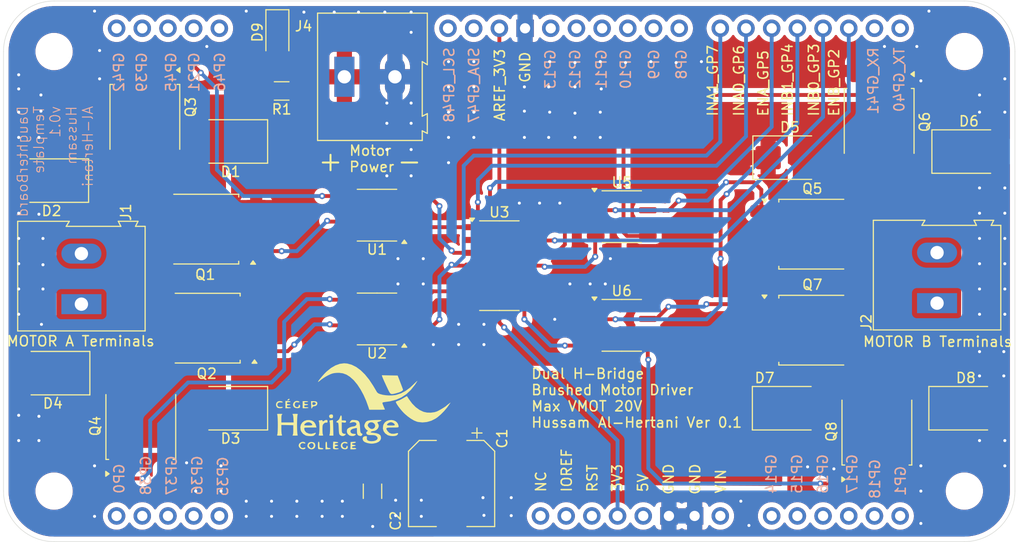
<source format=kicad_pcb>
(kicad_pcb (version 20240108) (generator "pcbnew") (generator_version "8.0")
  (layers (0 "F.Cu" signal) (31 "B.Cu" signal) (34 "B.Paste" user) (35 "F.Paste" user) (36 "B.SilkS" user "B.Silkscreen") (37 "F.SilkS" user "F.Silkscreen") (38 "B.Mask" user) (39 "F.Mask" user) (44 "Edge.Cuts" user))
  (net 0 "")
  (net 1 "Vdrive")
  (net 2 "GND")
  (net 3 "/POWA")
  (net 4 "/POWB")
  (net 5 "/POWC")
  (net 6 "/POWD")
  (net 9 "INA0")
  (net 12 "INB1")
  (net 14 "ENB")
  (net 31 "INA1")
  (net 36 "ENA")
  (net 37 "+3V3")
  (net 38 "INB0")
  (net 45 "Net-(Q1-G)")
  (net 46 "Net-(Q2-G)")
  (net 47 "Net-(Q3-G)")
  (net 48 "Net-(Q4-G)")
  (net 49 "Net-(Q5-G)")
  (net 50 "Net-(Q6-G)")
  (net 51 "Net-(Q7-G)")
  (net 52 "Net-(Q8-G)")
  (net 55 "Net-(U1-IN_B)")
  (net 56 "Net-(U2-IN_B)")
  (net 59 "Net-(U5-IN_B)")
  (net 60 "Net-(U6-IN_B)")
  (net 65 "Net-(D9-A)")
  (footprint "Diode_SMD:D_SMB" (layer "F.Cu") (at 78.3775 108.3275 180)
    (property "Reference" "D4")
    (property "Value" "B250")
  )
  (footprint "Diode_SMD:D_SMB" (layer "F.Cu") (at 151.2 111.8)
    (property "Reference" "D7")
    (property "Value" "B250")
  )
  (footprint "Diode_SMD:D_SMB" (layer "F.Cu") (at 95.95 111.8 180)
    (property "Reference" "D3")
    (property "Value" "B250")
  )
  (footprint "LED_SMD:LED_1206_3216Metric_Pad1.42x1.75mm_HandSolder" (layer "F.Cu") (at 100.5775 74.8225 -90)
    (property "Reference" "D9")
    (property "Value" "LED")
  )
  (footprint "TerminalBlock:TerminalBlock_Altech_AK300-2_P5.00mm" (layer "F.Cu") (at 81.2 101.5 90)
    (property "Reference" "J1")
    (property "Value" "Screw_Terminal_01x02")
  )
  (footprint "Package_TO_SOT_SMD:TO-252-2" (layer "F.Cu") (at 93.585 103.875 180)
    (property "Reference" "Q2")
    (property "Value" "AOD4189")
  )
  (footprint "Package_TO_SOT_SMD:TO-252-2" (layer "F.Cu") (at 159.85 114.11 90)
    (property "Reference" "Q8")
    (property "Value" "AOD66406")
  )
  (footprint "Package_TO_SOT_SMD:TO-252-2" (layer "F.Cu") (at 93.4425 94.075 180)
    (property "Reference" "Q1")
    (property "Value" "AOD4189")
  )
  (footprint "Package_SO:SO-8_3.9x4.9mm_P1.27mm" (layer "F.Cu") (at 134.625 92.845)
    (property "Reference" "U5")
    (property "Value" "MIC4427")
  )
  (footprint "Resistor_SMD:R_1206_3216Metric_Pad1.30x1.75mm_HandSolder" (layer "F.Cu") (at 101 80.4 180)
    (property "Reference" "R1")
    (property "Value" "1.6k")
  )
  (footprint "Package_SO:SO-8_3.9x4.9mm_P1.27mm" (layer "F.Cu") (at 110.425 92.695 180)
    (property "Reference" "U1")
    (property "Value" "MIC4427")
  )
  (footprint "Package_TO_SOT_SMD:TO-252-2" (layer "F.Cu") (at 153.465 104.075)
    (property "Reference" "Q7")
    (property "Value" "AOD4189")
  )
  (footprint "Diode_SMD:D_SMB" (layer "F.Cu") (at 168.95 86.4)
    (property "Reference" "D6")
    (property "Value" "B250")
  )
  (footprint "Diode_SMD:D_SMB" (layer "F.Cu") (at 95.95 85.4 180)
    (property "Reference" "D1")
    (property "Value" "B250")
  )
  (footprint "Package_SO:SO-14_3.9x8.65mm_P1.27mm" (layer "F.Cu") (at 122.525 97.69)
    (property "Reference" "U3")
    (property "Value" "74HC08")
  )
  (footprint "Diode_SMD:D_SMB" (layer "F.Cu") (at 78.25 89.2725 180)
    (property "Reference" "D2")
    (property "Value" "B250")
  )
  (footprint "TerminalBlock:TerminalBlock_Altech_AK300-2_P5.00mm" (layer "F.Cu") (at 165.8 101.4 90)
    (property "Reference" "J2")
    (property "Value" "Screw_Terminal_01x02")
  )
  (footprint "Package_TO_SOT_SMD:TO-252-2" (layer "F.Cu") (at 87.075 113.56 90)
    (property "Reference" "Q4")
    (property "Value" "AOD66406")
  )
  (footprint "Capacitor_SMD:CP_Elec_8x10" (layer "F.Cu") (at 117.8 119.25 -90)
    (property "Reference" "C1")
    (property "Value" "330u")
  )
  (footprint "Diode_SMD:D_SMB" (layer "F.Cu") (at 151.25 87)
    (property "Reference" "D5")
    (property "Value" "B250")
  )
  (footprint "TerminalBlock:TerminalBlock_Altech_AK300-2_P5.00mm" (layer "F.Cu") (at 107.2 79)
    (property "Reference" "J4")
    (property "Value" "Screw_Terminal_01x02")
  )
  (footprint "Package_TO_SOT_SMD:TO-252-2" (layer "F.Cu") (at 160.075 83.465 -90)
    (property "Reference" "Q6")
    (property "Value" "AOD66406")
  )
  (footprint "Package_TO_SOT_SMD:TO-252-2" (layer "F.Cu") (at 87.475 83.065 -90)
    (property "Reference" "Q3")
    (property "Value" "AOD66406")
  )
  (footprint "Package_SO:SO-8_3.9x4.9mm_P1.27mm" (layer "F.Cu") (at 110.425 102.965 180)
    (property "Reference" "U2")
    (property "Value" "MIC4427")
  )
  (footprint "Capacitor_SMD:C_1206_3216Metric_Pad1.33x1.80mm_HandSolder" (layer "F.Cu") (at 109.982 120.015 -90)
    (property "Reference" "C2")
    (property "Value" "0.1u")
  )
  (footprint "Diode_SMD:D_SMB" (layer "F.Cu") (at 168.65 111.8)
    (property "Reference" "D8")
    (property "Value" "B250")
  )
  (footprint "Package_SO:SO-8_3.9x4.9mm_P1.27mm" (layer "F.Cu") (at 134.625 103.595)
    (property "Reference" "U6")
    (property "Value" "MIC4427")
  )
  (footprint "Package_TO_SOT_SMD:TO-252-2" (layer "F.Cu") (at 153.465 94.575)
    (property "Reference" "Q5")
    (property "Value" "AOD4189")
  )
  (footprint "logos:heritage-logo-small" (layer "F.Cu") (at 108.8 111.6)
    (property "Reference" "G***" (hide yes))
    (property "Value" "LOGO" (hide yes))
  )
  (footprint "myparts:DaughterBoardTemplate" (layer "F.Cu") (at 122.78 99.854)
    (property "Reference" "J3" (hide yes))
    (property "Value" "DaughterBoard" (hide yes))
    (fp_line (start -49.28 20.146) (end -49.28 -23.354) (stroke (width 0.05)) (layer "Edge.Cuts"))
    (fp_line (start -44.28 -28.354) (end 45.72 -28.354) (stroke (width 0.05)) (layer "Edge.Cuts"))
    (fp_line (start 45.72 25.146) (end -44.28 25.146) (stroke (width 0.05)) (layer "Edge.Cuts"))
    (fp_line (start 50.72 -23.354) (end 50.72 20.146) (stroke (width 0.05)) (layer "Edge.Cuts"))
    (fp_arc (start -49.28 -23.354) (mid -47.815534 -26.889534) (end -44.28 -28.354) (stroke (width 0.05)) (layer "Edge.Cuts"))
    (fp_arc (start -44.28 25.146) (mid -47.815534 23.681534) (end -49.28 20.146) (stroke (width 0.05)) (layer "Edge.Cuts"))
    (fp_arc (start 45.72 -28.354) (mid 49.255534 -26.889534) (end 50.72 -23.354) (stroke (width 0.05)) (layer "Edge.Cuts"))
    (fp_arc (start 50.72 20.146) (mid 49.255534 23.681534) (end 45.72 25.146) (stroke (width 0.05)) (layer "Edge.Cuts"))
  )
  (gr_text "GP0" (at 85.53 117.2 90) (layer "B.SilkS") (effects (font (size 1 1)) (justify left bottom mirror)))
  (gr_text "GP16" (at 155.085 116.25 90) (layer "B.SilkS") (effects (font (size 1 1)) (justify left bottom mirror)))
  (gr_text "+" (at 107.2 88.5 0) (layer "F.SilkS") (effects (font (size 2 2) (thickness 0.2)) (justify left bottom mirror)))
  (gr_text "MOTOR B Terminals" (at 158.4 105.8 0) (layer "F.SilkS") (effects (font (size 1 1)) (justify left bottom)))
  (gr_text "MOTOR A Terminals" (at 73.75 105.75 0) (layer "F.SilkS") (effects (font (size 1 1)) (justify left bottom)))
  (gr_text "Motor \nPower" (at 107.6 88.5 0) (layer "F.SilkS") (effects (font (size 1 1)) (justify left bottom)))
  (gr_text "-" (at 115 88.5 0) (layer "F.SilkS") (effects (font (size 2 2) (thickness 0.2)) (justify left bottom mirror)))
  (gr_text "Dual H-Bridge \nBrushed Motor Driver\nMax VMOT 20V\nHussam Al-Hertani Ver 0.1" (at 125.6 113.8 0) (layer "F.SilkS") (effects (font (size 1 1)) (justify left bottom)))
  (via (at 133 99.5) (size 0.6) (drill 0.3) (layers "F.Cu" "B.Cu") (net 2))
  (via (at 130 77.6) (size 0.6) (drill 0.3) (layers "F.Cu" "B.Cu") (net 2))
  (via (at 111.4 81.6) (size 0.6) (drill 0.3) (layers "F.Cu" "B.Cu") (net 2))
  (via (at 77.2 82.4) (size 0.6) (drill 0.3) (layers "F.Cu" "B.Cu") (net 2))
  (via (at 117.5 80) (size 0.6) (drill 0.3) (layers "F.Cu" "B.Cu") (net 2))
  (via (at 120.904 120.65) (size 0.6) (drill 0.3) (layers "F.Cu" "B.Cu") (net 2))
  (via (at 113.8 81.6) (size 0.6) (drill 0.3) (layers "F.Cu" "B.Cu") (net 2))
  (via (at 155.6 117.8) (size 0.6) (drill 0.3) (layers "F.Cu" "B.Cu") (net 2))
  (via (at 172.5 95) (size 0.6) (drill 0.3) (layers "F.Cu" "B.Cu") (net 2))
  (via (at 108.6 72.6) (size 0.6) (drill 0.3) (layers "F.Cu" "B.Cu") (net 2))
  (via (at 170 90) (size 0.6) (drill 0.3) (layers "F.Cu" "B.Cu") (net 2))
  (via (at 126.5 91.5) (size 0.6) (drill 0.3) (layers "F.Cu" "B.Cu") (net 2))
  (via (at 97.5 72.5) (size 0.6) (drill 0.3) (layers "F.Cu" "B.Cu") (net 2))
  (via (at 172.5 100) (size 0.6) (drill 0.3) (layers "F.Cu" "B.Cu") (net 2))
  (via (at 77.4 97.6) (size 0.6) (drill 0.3) (layers "F.Cu" "B.Cu") (net 2))
  (via (at 172.4 108.6) (size 0.6) (drill 0.3) (layers "F.Cu" "B.Cu") (net 2))
  (via (at 142.5 77.5) (size 0.6) (drill 0.3) (layers "F.Cu" "B.Cu") (net 2))
  (via (at 77 92.6) (size 0.6) (drill 0.3) (layers "F.Cu" "B.Cu") (net 2))
  (via (at 103.2 72.6) (size 0.6) (drill 0.3) (layers "F.Cu" "B.Cu") (net 2))
  (via (at 121 105.5) (size 0.6) (drill 0.3) (layers "F.Cu" "B.Cu") (net 2))
  (via (at 112.5 99.5) (size 0.6) (drill 0.3) (layers "F.Cu" "B.Cu") (net 2))
  (via (at 172.5 117.5) (size 0.6) (drill 0.3) (layers "F.Cu" "B.Cu") (net 2))
  (via (at 172.5 90) (size 0.6) (drill 0.3) (layers "F.Cu" "B.Cu") (net 2))
  (via (at 110 123.5) (size 0.6) (drill 0.3) (layers "F.Cu" "B.Cu") (net 2))
  (via (at 116 105.5) (size 0.6) (drill 0.3) (layers "F.Cu" "B.Cu") (net 2))
  (via (at 75 102.5) (size 0.6) (drill 0.3) (layers "F.Cu" "B.Cu") (net 2))
  (via (at 77.4 100) (size 0.6) (drill 0.3) (layers "F.Cu" "B.Cu") (net 2))
  (via (at 100 121) (size 0.6) (drill 0.3) (layers "F.Cu" "B.Cu") (net 2))
  (via (at 95 120) (size 0.6) (drill 0.3) (layers "F.Cu" "B.Cu") (net 2))
  (via (at 164.2 79.4) (size 0.6) (drill 0.3) (layers "F.Cu" "B.Cu") (net 2))
  (via (at 172.5 97.5) (size 0.6) (drill 0.3) (layers "F.Cu" "B.Cu") (net 2))
  (via (at 170 100) (size 0.6) (drill 0.3) (layers "F.Cu" "B.Cu") (net 2))
  (via (at 123.698 122.428) (size 0.6) (drill 0.3) (layers "F.Cu" "B.Cu") (net 2))
  (via (at 129.5 99.5) (size 0.6) (drill 0.3) (layers "F.Cu" "B.Cu") (net 2))
  (via (at 128.5 91.5) (size 0.6) (drill 0.3) (layers "F.Cu" "B.Cu") (net 2))
  (via (at 125 82.4) (size 0.6) (drill 0.3) (layers "F.Cu" "B.Cu") (net 2))
  (via (at 102.5 121) (size 0.6) (drill 0.3) (layers "F.Cu" "B.Cu") (net 2))
  (via (at 132.5 77.5) (size 0.6) (drill 0.3) (layers "F.Cu" "B.Cu") (net 2))
  (via (at 170 108.6) (size 0.6) (drill 0.3) (layers "F.Cu" "B.Cu") (net 2))
  (via (at 121 122.4) (size 0.6) (drill 0.3) (layers "F.Cu" "B.Cu") (net 2))
  (via (at 130 82.6) (size 0.6) (drill 0.3) (layers "F.Cu" "B.Cu") (net 2))
  (via (at 97.5 122.5) (size 0.6) (drill 0.3) (layers "F.Cu" "B.Cu") (net 2))
  (via (at 170 115) (size 0.6) (drill 0.3) (layers "F.Cu" "B.Cu") (net 2))
  (via (at 111.2 72.6) (size 0.6) (drill 0.3) (layers "F.Cu" "B.Cu") (net 2))
  (via (at 92.5 120) (size 0.6) (drill 0.3) (layers "F.Cu" "B.Cu") (net 2))
  (via (at 75 95) (size 0.6) (drill 0.3) (layers "F.Cu" "B.Cu") (net 2))
  (via (at 172.5 115) (size 0.6) (drill 0.3) (layers "F.Cu" "B.Cu") (net 2))
  (via (at 117.5 82.5) (size 0.6) (drill 0.3) (layers "F.Cu" "B.Cu") (net 2))
  (via (at 77.2 80.8) (size 0.6) (drill 0.3) (layers "F.Cu" "B.Cu") (net 2))
  (via (at 120 80) (size 0.6) (drill 0.3) (layers "F.Cu" "B.Cu") (net 2))
  (via (at 97.5 121) (size 0.6) (drill 0.3) (layers "F.Cu" "B.Cu") (net 2))
  (via (at 132.5 82.5) (size 0.6) (drill 0.3) (layers "F.Cu" "B.Cu") (net 2))
  (via (at 170 97.5) (size 0.6) (drill 0.3) (layers "F.Cu" "B.Cu") (net 2))
  (via (at 135 77.6) (size 0.6) (drill 0.3) (layers "F.Cu" "B.Cu") (net 2))
  (via (at 83 76.4) (size 0.6) (drill 0.3) (layers "F.Cu" "B.Cu") (net 2))
  (via (at 120 82.5) (size 0.6) (drill 0.3) (layers "F.Cu" "B.Cu") (net 2))
  (via (at 123.698 120.65) (size 0.6) (drill 0.3) (layers "F.Cu" "B.Cu") (net 2))
  (via (at 107 121) (size 0.6) (drill 0.3) (layers "F.Cu" "B.Cu") (net 2))
  (via (at 115 99.5) (size 0.6) (drill 0.3) (layers "F.Cu" "B.Cu") (net 2))
  (via (at 112.5 97) (size 0.6) (drill 0.3) (layers "F.Cu" "B.Cu") (net 2))
  (via (at 172.5 92.5) (size 0.6) (drill 0.3) (layers "F.Cu" "B.Cu") (net 2))
  (via (at 165 72.5) (size 0.6) (drill 0.3) (layers "F.Cu" "B.Cu") (net 2))
  (via (at 170 92.5) (size 0.6) (drill 0.3) (layers "F.Cu" "B.Cu") (net 2))
  (via (at 120 77.5) (size 0.6) (drill 0.3) (layers "F.Cu" "B.Cu") (net 2))
  (via (at 82.5 122.5) (size 0.6) (drill 0.3) (layers "F.Cu" "B.Cu") (net 2))
  (via (at 102.5 122.5) (size 0.6) (drill 0.3) (layers "F.Cu" "B.Cu") (net 2))
  (via (at 113.8 88.8) (size 0.6) (drill 0.3) (layers "F.Cu" "B.Cu") (net 2))
  (via (at 114.808 122.5) (size 0.6) (drill 0.3) (layers "F.Cu" "B.Cu") (net 2))
  (via (at 146.4 121) (size 0.6) (drill 0.3) (layers "F.Cu" "B.Cu") (net 2))
  (via (at 75 115) (size 0.6) (drill 0.3) (layers "F.Cu" "B.Cu") (net 2))
  (via (at 77 85) (size 0.6) (drill 0.3) (layers "F.Cu" "B.Cu") (net 2))
  (via (at 115 97) (size 0.6) (drill 0.3) (layers "F.Cu" "B.Cu") (net 2))
  (via (at 121 103.5) (size 0.6) (drill 0.3) (layers "F.Cu" "B.Cu") (net 2))
  (via (at 75 80.2) (size 0.6) (drill 0.3) (layers "F.Cu" "B.Cu") (net 2))
  (via (at 172.5 82.5) (size 0.6) (drill 0.3) (layers "F.Cu" "B.Cu") (net 2))
  (via (at 105 121) (size 0.6) (drill 0.3) (layers "F.Cu" "B.Cu") (net 2))
  (via (at 170 80.8) (size 0.6) (drill 0.3) (layers "F.Cu" "B.Cu") (net 2))
  (via (at 82.5 72.5) (size 0.6) (drill 0.3) (layers "F.Cu" "B.Cu") (net 2))
  (via (at 124.5 91.5) (size 0.6) (drill 0.3) (layers "F.Cu" "B.Cu") (net 2))
  (via (at 172.4 106.2) (size 0.6) (drill 0.3) (layers "F.Cu" "B.Cu") (net 2))
  (via (at 77.4 95) (size 0.6) (drill 0.3) (layers "F.Cu" "B.Cu") (net 2))
  (via (at 125 80) (size 0.6) (drill 0.3) (layers "F.Cu" "B.Cu") (net 2))
  (via (at 82.5 117.5) (size 0.6) (drill 0.3) (layers "F.Cu" "B.Cu") (net 2))
  (via (at 113.8 86.2) (size 0.6) (drill 0.3) (layers "F.Cu" "B.Cu") (net 2))
  (via (at 127.4 85) (size 0.6) (drill 0.3) (layers "F.Cu" "B.Cu") (net 2))
  (via (at 75 85) (size 0.6) (drill 0.3) (layers "F.Cu" "B.Cu") (net 2))
  (via (at 118.5 103.5) (size 0.6) (drill 0.3) (layers "F.Cu" "B.Cu") (net 2))
  (via (at 117.5 87.5) (size 0.6) (drill 0.3) (layers "F.Cu" "B.Cu") (net 2))
  (via (at 164.2 117.5) (size 0.6) (drill 0.3) (layers "F.Cu" "B.Cu") (net 2))
  (via (at 147.2 123.4) (size 0.6) (drill 0.3) (layers "F.Cu" "B.Cu") (net 2))
  (via (at 132.6 80.2) (size 0.6) (drill 0.3) (layers "F.Cu" "B.Cu") (net 2))
  (via (at 117.5 77.5) (size 0.6) (drill 0.3) (layers "F.Cu" "B.Cu") (net 2))
  (via (at 93.6 76) (size 0.6) (drill 0.3) (layers "F.Cu" "B.Cu") (net 2))
  (via (at 172.5 79.2) (size 0.6) (drill 0.3) (layers "F.Cu" "B.Cu") (net 2))
  (via (at 118.5 105.5) (size 0.6) (drill 0.3) (layers "F.Cu" "B.Cu") (net 2))
  (via (at 127.5 77.5) (size 0.6) (drill 0.3) (layers "F.Cu" "B.Cu") (net 2))
  (via (at 75 112.5) (size 0.6) (drill 0.3) (layers "F.Cu" "B.Cu") (net 2))
  (via (at 164.2 123.2) (size 0.6) (drill 0.3) (layers "F.Cu" "B.Cu") (net 2))
  (via (at 75 92.5) (size 0.6) (drill 0.3) (layers "F.Cu" "B.Cu") (net 2))
  (via (at 77 115) (size 0.6) (drill 0.3) (layers "F.Cu" "B.Cu") (net 2))
  (via (at 160.6 76) (size 0.6) (drill 0.3) (layers "F.Cu" "B.Cu") (net 2))
  (via (at 164.2 120) (size 0.6) (drill 0.3) (layers "F.Cu" "B.Cu") (net 2))
  (via (at 128 103) (size 0.6) (drill 0.3) (layers "F.Cu" "B.Cu") (net 2))
  (via (at 131.5 99.5) (size 0.6) (drill 0.3) (layers "F.Cu" "B.Cu") (net 2))
  (via (at 117.5 85) (size 0.6) (drill 0.3) (layers "F.Cu" "B.Cu") (net 2))
  (via (at 83 79.2) (size 0.6) (drill 0.3) (layers "F.Cu" "B.Cu") (net 2))
  (via (at 112.268 120.904) (size 0.6) (drill 0.3) (layers "F.Cu" "B.Cu") (net 2))
  (via (at 114.808 120.904) (size 0.6) (drill 0.3) (layers "F.Cu" "B.Cu") (net 2))
  (via (at 100 122.5) (size 0.6) (drill 0.3) (layers "F.Cu" "B.Cu") (net 2))
  (via (at 170 102.5) (size 0.6) (drill 0.3) (layers "F.Cu" "B.Cu") (net 2))
  (via (at 125 85) (size 0.6) (drill 0.3) (layers "F.Cu" "B.Cu") (net 2))
  (via (at 170 95) (size 0.6) (drill 0.3) (layers "F.Cu" "B.Cu") (net 2))
  (via (at 127.5 82.5) (size 0.6) (drill 0.3) (layers "F.Cu" "B.Cu") (net 2))
  (via (at 132.5 85) (size 0.6) (drill 0.3) (layers "F.Cu" "B.Cu") (net 2))
  (via (at 140 77.6) (size 0.6) (drill 0.3) (layers "F.Cu" "B.Cu") (net 2))
  (via (at 91.6 117.2) (size 0.6) (drill 0.3) (layers "F.Cu" "B.Cu") (net 2))
  (via (at 130 85) (size 0.6) (drill 0.3) (layers "F.Cu" "B.Cu") (net 2))
  (via (at 111.4 83.6) (size 0.6) (drill 0.3) (layers "F.Cu" "B.Cu") (net 2))
  (via (at 75 82.5) (size 0.6) (drill 0.3) (layers "F.Cu" "B.Cu") (net 2))
  (via (at 170 82.5) (size 0.6) (drill 0.3) (layers "F.Cu" "B.Cu") (net 2))
  (via (at 120 85) (size 0.6) (drill 0.3) (layers "F.Cu" "B.Cu") (net 2))
  (via (at 113.8 72.6) (size 0.6) (drill 0.3) (layers "F.Cu" "B.Cu") (net 2))
  (via (at 111.4 88.8) (size 0.6) (drill 0.3) (layers "F.Cu" "B.Cu") (net 2))
  (via (at 112.268 122.428) (size 0.6) (drill 0.3) (layers "F.Cu" "B.Cu") (net 2))
  (via (at 127.4 80) (size 0.6) (drill 0.3) (layers "F.Cu" "B.Cu") (net 2))
  (via (at 153 117.6) (size 0.6) (drill 0.3) (layers "F.Cu" "B.Cu") (net 2))
  (via (at 106.2 72.6) (size 0.6) (drill 0.3) (layers "F.Cu" "B.Cu") (net 2))
  (via (at 113.8 83.6) (size 0.6) (drill 0.3) (layers "F.Cu" "B.Cu") (net 2))
  (via (at 95 117.5) (size 0.6) (drill 0.3) (layers "F.Cu" "B.Cu") (net 2))
  (via (at 137.5 77.5) (size 0.6) (drill 0.3) (layers "F.Cu" "B.Cu") (net 2))
  (via (at 133.5 97) (size 0.6) (drill 0.3) (layers "F.Cu" "B.Cu") (net 2))
  (via (at 105 122.5) (size 0.6) (drill 0.3) (layers "F.Cu" "B.Cu") (net 2))
  (via (at 172.5 102.5) (size 0.6) (drill 0.3) (layers "F.Cu" "B.Cu") (net 2))
  (via (at 170 106.2) (size 0.6) (drill 0.3) (layers "F.Cu" "B.Cu") (net 2))
  (via (at 130 80) (size 0.6) (drill 0.3) (layers "F.Cu" "B.Cu") (net 2))
  (via (at 77 112.6) (size 0.6) (drill 0.3) (layers "F.Cu" "B.Cu") (net 2))
  (via (at 75 78.8) (size 0.6) (drill 0.3) (layers "F.Cu" "B.Cu") (net 2))
  (via (at 75 100) (size 0.6) (drill 0.3) (layers "F.Cu" "B.Cu") (net 2))
  (via (at 111.4 86.2) (size 0.6) (drill 0.3) (layers "F.Cu" "B.Cu") (net 2))
  (via (at 75 97.5) (size 0.6) (drill 0.3) (layers "F.Cu" "B.Cu") (net 2))
  (via (at 107 122.5) (size 0.6) (drill 0.3) (layers "F.Cu" "B.Cu") (net 2))
  (via (at 77.25 103.5) (size 0.6) (drill 0.3) (layers "F.Cu" "B.Cu") (net 2))
  (via (at 163.8 76) (size 0.6) (drill 0.3) (layers "F.Cu" "B.Cu") (net 2))
  (via (at 113.8 74.6) (size 0.6) (drill 0.3) (layers "F.Cu" "B.Cu") (net 2))
  (segment (start 114.88 93.88) (end 114.33 93.33) (width 0.381) (layer "F.Cu") (net 9))
  (segment (start 120.4 93.53) (end 120.05 93.88) (width 0.381) (layer "F.Cu") (net 9))
  (segment (start 120.4 91.4) (end 120.4 93.53) (width 0.381) (layer "F.Cu") (net 9))
  (segment (start 114.33 93.33) (end 113 93.33) (width 0.381) (layer "F.Cu") (net 9))
  (segment (start 120.05 93.88) (end 114.88 93.88) (width 0.381) (layer "F.Cu") (net 9))
  (via (at 120.4 91.4) (size 0.6) (drill 0.3) (layers "F.Cu" "B.Cu") (net 9))
  (segment (start 144 87.8) (end 121.8 87.8) (width 0.381) (layer "B.Cu") (net 9))
  (segment (start 121.8 87.8) (end 120.4 89.2) (width 0.381) (layer "B.Cu") (net 9))
  (segment (start 146.91 84.89) (end 144 87.8) (width 0.381) (layer "B.Cu") (net 9))
  (segment (start 120.4 89.2) (end 120.4 89.6) (width 0.381) (layer "B.Cu") (net 9))
  (segment (start 120.4 89.6) (end 120.4 91.4) (width 0.381) (layer "B.Cu") (net 9))
  (segment (start 146.91 74.2) (end 146.91 84.89) (width 0.381) (layer "B.Cu") (net 9))
  (segment (start 144.4 91.2) (end 144.4 97) (width 0.381) (layer "F.Cu") (net 12))
  (segment (start 132.09 103) (end 132.05 102.96) (width 0.381) (layer "F.Cu") (net 12))
  (segment (start 132.05 102.96) (end 129.76 102.96) (width 0.381) (layer "F.Cu") (net 12))
  (segment (start 134 103) (end 132.09 103) (width 0.381) (layer "F.Cu") (net 12))
  (segment (start 127.03 100.23) (end 125 100.23) (width 0.381) (layer "F.Cu") (net 12))
  (segment (start 129.76 102.96) (end 127.03 100.23) (width 0.381) (layer "F.Cu") (net 12))
  (segment (start 145 90.6) (end 144.4 91.2) (width 0.381) (layer "F.Cu") (net 12))
  (via (at 144.4 97) (size 0.6) (drill 0.3) (layers "F.Cu" "B.Cu") (net 12))
  (via (at 145 90.6) (size 0.6) (drill 0.3) (layers "F.Cu" "B.Cu") (net 12))
  (via (at 134 103) (size 0.6) (drill 0.3) (layers "F.Cu" "B.Cu") (net 12))
  (segment (start 144.4 97) (end 144.4 101.6) (width 0.381) (layer "B.Cu") (net 12))
  (segment (start 143 103) (end 134 103) (width 0.381) (layer "B.Cu") (net 12))
  (segment (start 143.6 102.4) (end 143 103) (width 0.381) (layer "B.Cu") (net 12))
  (segment (start 151.99 74.2) (end 151.99 83.61) (width 0.381) (layer "B.Cu") (net 12))
  (segment (start 151.99 83.61) (end 145 90.6) (width 0.381) (layer "B.Cu") (net 12))
  (segment (start 144.4 101.6) (end 143.6 102.4) (width 0.381) (layer "B.Cu") (net 12))
  (segment (start 123.65 95.15) (end 123.4 95.4) (width 0.381) (layer "F.Cu") (net 14))
  (segment (start 123.4 95.4) (end 123.4 98.6) (width 0.381) (layer "F.Cu") (net 14))
  (segment (start 125 95.15) (end 123.65 95.15) (width 0.381) (layer "F.Cu") (net 14))
  (segment (start 125.05 95.2) (end 125 95.15) (width 0.381) (layer "F.Cu") (net 14))
  (segment (start 123.4 98.6) (end 123.76 98.96) (width 0.381) (layer "F.Cu") (net 14))
  (segment (start 123.76 98.96) (end 125 98.96) (width 0.381) (layer "F.Cu") (net 14))
  (segment (start 128 95.2) (end 125.05 95.2) (width 0.381) (layer "F.Cu") (net 14))
  (via (at 128 95.2) (size 0.6) (drill 0.3) (layers "F.Cu" "B.Cu") (net 14))
  (segment (start 157.07 82.43) (end 157.07 74.2) (width 0.381) (layer "B.Cu") (net 14))
  (segment (start 128 95.2) (end 144.3 95.2) (width 0.381) (layer "B.Cu") (net 14))
  (segment (start 144.3 95.2) (end 157.07 82.43) (width 0.381) (layer "B.Cu") (net 14))
  (segment (start 116 103.6) (end 113 103.6) (width 0.381) (layer "F.Cu") (net 31))
  (segment (start 120.05 97.69) (end 117.89 97.69) (width 0.381) (layer "F.Cu") (net 31))
  (segment (start 116.6 103) (end 116 103.6) (width 0.381) (layer "F.Cu") (net 31))
  (segment (start 117.89 97.69) (end 117.8 97.6) (width 0.381) (layer "F.Cu") (net 31))
  (via (at 117.8 97.6) (size 0.6) (drill 0.3) (layers "F.Cu" "B.Cu") (net 31))
  (via (at 116.6 103) (size 0.6) (drill 0.3) (layers "F.Cu" "B.Cu") (net 31))
  (segment (start 116.6 98.8) (end 116.6 103) (width 0.381) (layer "B.Cu") (net 31))
  (segment (start 144.37 85.43) (end 143 86.8) (width 0.381) (layer "B.Cu") (net 31))
  (segment (start 119 87.8) (end 119 96.8) (width 0.381) (layer "B.Cu") (net 31))
  (segment (start 117.8 97.6) (end 116.6 98.8) (width 0.381) (layer "B.Cu") (net 31))
  (segment (start 144.37 74.2) (end 144.37 85.43) (width 0.381) (layer "B.Cu") (net 31))
  (segment (start 143 86.8) (end 120 86.8) (width 0.381) (layer "B.Cu") (net 31))
  (segment (start 119 96.8) (end 118.2 97.6) (width 0.381) (layer "B.Cu") (net 31))
  (segment (start 118.2 97.6) (end 117.8 97.6) (width 0.381) (layer "B.Cu") (net 31))
  (segment (start 120 86.8) (end 119 87.8) (width 0.381) (layer "B.Cu") (net 31))
  (segment (start 121.6 98.6) (end 121.24 98.96) (width 0.381) (layer "F.Cu") (net 36))
  (segment (start 120.05 95.15) (end 121.35 95.15) (width 0.381) (layer "F.Cu") (net 36))
  (segment (start 121.6 90) (end 121.6 95.4) (width 0.381) (layer "F.Cu") (net 36))
  (segment (start 121.24 98.96) (end 120.05 98.96) (width 0.381) (layer "F.Cu") (net 36))
  (segment (start 121.6 95.4) (end 121.6 98.6) (width 0.381) (layer "F.Cu") (net 36))
  (segment (start 121.35 95.15) (end 121.6 95.4) (width 0.381) (layer "F.Cu") (net 36))
  (via (at 121.6 90) (size 0.6) (drill 0.3) (layers "F.Cu" "B.Cu") (net 36))
  (segment (start 144 89.4) (end 149.45 83.95) (width 0.381) (layer "B.Cu") (net 36))
  (segment (start 122.2 89.4) (end 144 89.4) (width 0.381) (layer "B.Cu") (net 36))
  (segment (start 121.6 90) (end 122.2 89.4) (width 0.381) (layer "B.Cu") (net 36))
  (segment (start 149.45 83.95) (end 149.45 74.2) (width 0.381) (layer "B.Cu") (net 36))
  (segment (start 123.6 93.8) (end 123.68 93.88) (width 0.381) (layer "F.Cu") (net 37))
  (segment (start 122.526 93.126) (end 122.526 103.326) (width 0.381) (layer "F.Cu") (net 37))
  (segment (start 123.68 93.88) (end 125 93.88) (width 0.381) (layer "F.Cu") (net 37))
  (segment (start 123.2 93.8) (end 123.6 93.8) (width 0.381) (layer "F.Cu") (net 37))
  (segment (start 122.526 93.126) (end 123.2 93.8) (width 0.381) (layer "F.Cu") (net 37))
  (segment (start 122.526 74.2) (end 122.526 93.126) (width 0.381) (layer "F.Cu") (net 37))
  (segment (start 122.526 103.326) (end 123 103.8) (width 0.381) (layer "F.Cu") (net 37))
  (via (at 123 103.8) (size 0.6) (drill 0.3) (layers "F.Cu" "B.Cu") (net 37))
  (segment (start 134.21 115.01) (end 134.21 122.46) (width 0.381) (layer "B.Cu") (net 37))
  (segment (start 123 103.8) (end 134.21 115.01) (width 0.381) (layer "B.Cu") (net 37))
  (segment (start 129.99 92.21) (end 132.05 92.21) (width 0.381) (layer "F.Cu") (net 38))
  (segment (start 129 93.2) (end 129.99 92.21) (width 0.381) (layer "F.Cu") (net 38))
  (segment (start 125 96.42) (end 128.18 96.42) (width 0.381) (layer "F.Cu") (net 38))
  (segment (start 128.18 96.42) (end 129 95.6) (width 0.381) (layer "F.Cu") (net 38))
  (segment (start 129 95.6) (end 129 93.2) (width 0.381) (layer "F.Cu") (net 38))
  (segment (start 132.06 92.2) (end 132.05 92.21) (width 0.381) (layer "F.Cu") (net 38))
  (segment (start 134 92.2) (end 132.06 92.2) (width 0.381) (layer "F.Cu") (net 38))
  (via (at 134 92.2) (size 0.6) (drill 0.3) (layers "F.Cu" "B.Cu") (net 38))
  (segment (start 154.53 82.97) (end 145.3 92.2) (width 0.381) (layer "B.Cu") (net 38))
  (segment (start 154.53 74.2) (end 154.53 82.97) (width 0.381) (layer "B.Cu") (net 38))
  (segment (start 145.3 92.2) (end 134 92.2) (width 0.381) (layer "B.Cu") (net 38))
  (segment (start 101 96.25) (end 98.5875 96.25) (width 0.381) (layer "F.Cu") (net 45))
  (segment (start 98.5875 96.25) (end 98.4825 96.355) (width 0.381) (layer "F.Cu") (net 45))
  (segment (start 107.85 93.33) (end 105.58 93.33) (width 0.381) (layer "F.Cu") (net 45))
  (segment (start 105.58 93.33) (end 105.5 93.25) (width 0.381) (layer "F.Cu") (net 45))
  (via (at 105.5 93.25) (size 0.6) (drill 0.3) (layers "F.Cu" "B.Cu") (net 45))
  (via (at 101 96.25) (size 0.6) (drill 0.3) (layers "F.Cu" "B.Cu") (net 45))
  (segment (start 102.5 96.25) (end 101 96.25) (width 0.381) (layer "B.Cu") (net 45))
  (segment (start 105.5 93.25) (end 102.5 96.25) (width 0.381) (layer "B.Cu") (net 45))
  (segment (start 101.595 106.155) (end 98.625 106.155) (width 0.381) (layer "F.Cu") (net 46))
  (segment (start 102.25 105.5) (end 101.595 106.155) (width 0.381) (layer "F.Cu") (net 46))
  (segment (start 105.85 103.6) (end 105.75 103.5) (width 0.381) (layer "F.Cu") (net 46))
  (segment (start 107.85 103.6) (end 105.85 103.6) (width 0.381) (layer "F.Cu") (net 46))
  (via (at 102.25 105.5) (size 0.6) (drill 0.3) (layers "F.Cu" "B.Cu") (net 46))
  (via (at 105.75 103.5) (size 0.6) (drill 0.3) (layers "F.Cu" "B.Cu") (net 46))
  (segment (start 105.75 103.5) (end 104.25 103.5) (width 0.381) (layer "B.Cu") (net 46))
  (segment (start 104.25 103.5) (end 102.25 105.5) (width 0.381) (layer "B.Cu") (net 46))
  (segment (start 92.425 78.025) (end 93 78.6) (width 0.381) (layer "F.Cu") (net 47))
  (segment (start 89.755 78.025) (end 92.425 78.025) (width 0.381) (layer "F.Cu") (net 47))
  (segment (start 105 90.8) (end 107.84 90.8) (width 0.381) (layer "F.Cu") (net 47))
  (segment (start 107.84 90.8) (end 107.85 90.79) (width 0.381) (layer "F.Cu") (net 47))
  (via (at 93 78.6) (size 0.6) (drill 0.3) (layers "F.Cu" "B.Cu") (net 47))
  (via (at 105 90.8) (size 0.6) (drill 0.3) (layers "F.Cu" "B.Cu") (net 47))
  (segment (start 94.6 88.2) (end 96.8 90.4) (width 0.381) (layer "B.Cu") (net 47))
  (segment (start 94.6 86.8) (end 94.6 88.2) (width 0.381) (layer "B.Cu") (net 47))
  (segment (start 94.6 80.2) (end 94.6 86.8) (width 0.381) (layer "B.Cu") (net 47))
  (segment (start 96.8 90.4) (end 97.2 90.8) (width 0.381) (layer "B.Cu") (net 47))
  (segment (start 93 78.6) (end 94.6 80.2) (width 0.381) (layer "B.Cu") (net 47))
  (segment (start 97.2 90.8) (end 105 90.8) (width 0.381) (layer "B.Cu") (net 47))
  (segment (start 87.25 118.75) (end 84.945 118.75) (width 0.381) (layer "F.Cu") (net 48))
  (segment (start 107.85 101.06) (end 105.81 101.06) (width 0.381) (layer "F.Cu") (net 48))
  (segment (start 105.81 101.06) (end 105.75 101) (width 0.381) (layer "F.Cu") (net 48))
  (segment (start 84.945 118.75) (end 84.795 118.6) (width 0.381) (layer "F.Cu") (net 48))
  (via (at 105.75 101) (size 0.6) (drill 0.3) (layers "F.Cu" "B.Cu") (net 48))
  (via (at 87.25 118.75) (size 0.6) (drill 0.3) (layers "F.Cu" "B.Cu") (net 48))
  (segment (start 101.25 103.25) (end 101.25 103.75) (width 0.381) (layer "B.Cu") (net 48))
  (segment (start 88 118) (end 87.75 118.25) (width 0.381) (layer "B.Cu") (net 48))
  (segment (start 87.75 118.25) (end 87.25 118.75) (width 0.381) (layer "B.Cu") (net 48))
  (segment (start 105.75 101) (end 103.5 101) (width 0.381) (layer "B.Cu") (net 48))
  (segment (start 91.75 109.25) (end 88 113) (width 0.381) (layer "B.Cu") (net 48))
  (segment (start 88 113.5) (end 88 118) (width 0.381) (layer "B.Cu") (net 48))
  (segment (start 103.5 101) (end 101.25 103.25) (width 0.381) (layer "B.Cu") (net 48))
  (segment (start 100 109.25) (end 91.75 109.25) (width 0.381) (layer "B.Cu") (net 48))
  (segment (start 101.25 108) (end 100 109.25) (width 0.381) (layer "B.Cu") (net 48))
  (segment (start 88 113) (end 88 113.5) (width 0.381) (layer "B.Cu") (net 48))
  (segment (start 101.25 103.75) (end 101.25 108) (width 0.381) (layer "B.Cu") (net 48))
  (segment (start 138.75 92.25) (end 138.71 92.21) (width 0.381) (layer "F.Cu") (net 49))
  (segment (start 148.425 90.175) (end 147.688258 89.438258) (width 0.381) (layer "F.Cu") (net 49))
  (segment (start 147.688258 89.438258) (end 144.938258 89.438258) (width 0.381) (layer "F.Cu") (net 49))
  (segment (start 138.71 92.21) (end 137.2 92.21) (width 0.381) (layer "F.Cu") (net 49))
  (segment (start 140.25 91.25) (end 139.25 92.25) (width 0.381) (layer "F.Cu") (net 49))
  (segment (start 148.425 92.295) (end 148.425 90.175) (width 0.381) (layer "F.Cu") (net 49))
  (segment (start 139.25 92.25) (end 138.75 92.25) (width 0.381) (layer "F.Cu") (net 49))
  (via (at 144.938258 89.438258) (size 0.6) (drill 0.3) (layers "F.Cu" "B.Cu") (net 49))
  (via (at 140.25 91.25) (size 0.6) (drill 0.3) (layers "F.Cu" "B.Cu") (net 49))
  (segment (start 143.126516 91.25) (end 140.25 91.25) (width 0.381) (layer "B.Cu") (net 49))
  (segment (start 144.938258 89.438258) (end 143.126516 91.25) (width 0.381) (layer "B.Cu") (net 49))
  (segment (start 135.15 94.75) (end 134.8 94.4) (width 0.381) (layer "F.Cu") (net 50))
  (segment (start 134.8 81.4) (end 135.4 80.8) (width 0.381) (layer "F.Cu") (net 50))
  (segment (start 161.8 80.8) (end 162.355 80.245) (width 0.381) (layer "F.Cu") (net 50))
  (segment (start 134.8 94.4) (end 134.8 81.4) (width 0.381) (layer "F.Cu") (net 50))
  (segment (start 135.4 80.8) (end 161.8 80.8) (width 0.381) (layer "F.Cu") (net 50))
  (segment (start 137.2 94.75) (end 135.15 94.75) (width 0.381) (layer "F.Cu") (net 50))
  (segment (start 162.355 80.245) (end 162.355 78.425) (width 0.381) (layer "F.Cu") (net 50))
  (segment (start 143 101.5) (end 146.25 101.5) (width 0.381) (layer "F.Cu") (net 51))
  (segment (start 137.2 102.96) (end 138.04 102.96) (width 0.381) (layer "F.Cu") (net 51))
  (segment (start 138.04 102.96) (end 139.25 101.75) (width 0.381) (layer "F.Cu") (net 51))
  (segment (start 146.545 101.795) (end 148.425 101.795) (width 0.381) (layer "F.Cu") (net 51))
  (segment (start 146.25 101.5) (end 146.545 101.795) (width 0.381) (layer "F.Cu") (net 51))
  (via (at 143 101.5) (size 0.6) (drill 0.3) (layers "F.Cu" "B.Cu") (net 51))
  (via (at 139.25 101.75) (size 0.6) (drill 0.3) (layers "F.Cu" "B.Cu") (net 51))
  (segment (start 139.25 101.75) (end 142.75 101.75) (width 0.381) (layer "B.Cu") (net 51))
  (segment (start 142.75 101.75) (end 143 101.5) (width 0.381) (layer "B.Cu") (net 51))
  (segment (start 137.2 105.5) (end 137.2 106.95) (width 0.381) (layer "F.Cu") (net 52))
  (segment (start 154.25 119.25) (end 157.47 119.25) (width 0.381) (layer "F.Cu") (net 52))
  (segment (start 137.2 106.95) (end 137.25 107) (width 0.381) (layer "F.Cu") (net 52))
  (segment (start 157.47 119.25) (end 157.57 119.15) (width 0.381) (layer "F.Cu") (net 52))
  (via (at 137.25 107) (size 0.6) (drill 0.3) (layers "F.Cu" "B.Cu") (net 52))
  (via (at 154.25 119.25) (size 0.6) (drill 0.3) (layers "F.Cu" "B.Cu") (net 52))
  (segment (start 137.25 117.75) (end 138.5 119) (width 0.381) (layer "B.Cu") (net 52))
  (segment (start 138.75 119.25) (end 154.25 119.25) (width 0.381) (layer "B.Cu") (net 52))
  (segment (start 138.5 119) (end 138.75 119.25) (width 0.381) (layer "B.Cu") (net 52))
  (segment (start 137.25 107) (end 137.25 117.75) (width 0.381) (layer "B.Cu") (net 52))
  (segment (start 118.02 96.42) (end 117.8 96.2) (width 0.381) (layer "F.Cu") (net 55))
  (segment (start 120.05 96.42) (end 118.02 96.42) (width 0.381) (layer "F.Cu") (net 55))
  (segment (start 115.59 90.79) (end 113 90.79) (width 0.381) (layer "F.Cu") (net 55))
  (segment (start 116.6 91.8) (end 115.59 90.79) (width 0.381) (layer "F.Cu") (net 55))
  (via (at 117.8 96.2) (size 0.6) (drill 0.3) (layers "F.Cu" "B.Cu") (net 55))
  (via (at 116.6 91.8) (size 0.6) (drill 0.3) (layers "F.Cu" "B.Cu") (net 55))
  (segment (start 116.6 95) (end 116.6 91.8) (width 0.381) (layer "B.Cu") (net 55))
  (segment (start 117.8 96.2) (end 116.6 95) (width 0.381) (layer "B.Cu") (net 55))
  (segment (start 115.97 100.23) (end 115.14 101.06) (width 0.381) (layer "F.Cu") (net 56))
  (segment (start 120.05 100.23) (end 115.97 100.23) (width 0.381) (layer "F.Cu") (net 56))
  (segment (start 115.14 101.06) (end 113 101.06) (width 0.381) (layer "F.Cu") (net 56))
  (segment (start 126.89 97.69) (end 127 97.8) (width 0.381) (layer "F.Cu") (net 59))
  (segment (start 132 96.8) (end 132 94.8) (width 0.381) (layer "F.Cu") (net 59))
  (segment (start 132 94.8) (end 132.05 94.75) (width 0.381) (layer "F.Cu") (net 59))
  (segment (start 125 97.69) (end 126.89 97.69) (width 0.381) (layer "F.Cu") (net 59))
  (via (at 132 96.8) (size 0.6) (drill 0.3) (layers "F.Cu" "B.Cu") (net 59))
  (via (at 127 97.8) (size 0.6) (drill 0.3) (layers "F.Cu" "B.Cu") (net 59))
  (segment (start 127 97.8) (end 131 97.8) (width 0.381) (layer "B.Cu") (net 59))
  (segment (start 131 97.8) (end 132 96.8) (width 0.381) (layer "B.Cu") (net 59))
  (segment (start 131.95 105.6) (end 132.05 105.5) (width 0.381) (layer "F.Cu") (net 60))
  (segment (start 125 101.5) (end 125 103) (width 0.381) (layer "F.Cu") (net 60))
  (segment (start 129 105.6) (end 131.95 105.6) (width 0.381) (layer "F.Cu") (net 60))
  (via (at 129 105.6) (size 0.6) (drill 0.3) (layers "F.Cu" "B.Cu") (net 60))
  (via (at 125 103) (size 0.6) (drill 0.3) (layers "F.Cu" "B.Cu") (net 60))
  (segment (start 125 103) (end 127.6 105.6) (width 0.381) (layer "B.Cu") (net 60))
  (segment (start 127.6 105.6) (end 129 105.6) (width 0.381) (layer "B.Cu") (net 60))
  (segment (start 100.5775 77.2225) (end 99.45 78.35) (width 0.381) (layer "F.Cu") (net 65))
  (segment (start 99.45 78.35) (end 99.45 80.4) (width 0.381) (layer "F.Cu") (net 65))
  (segment (start 100.5775 76.31) (end 100.5775 77.2225) (width 0.381) (layer "F.Cu") (net 65))
  (zone (net 2) (net_name "GND") (layer "F.Cu") (priority 3) (connect_pads (clearance 0.5)) (min_thickness 0.25) (fill yes (thermal_gap 0.5) (thermal_bridge_width 1.5))
    (polygon (pts (xy 73.4 71.4) (xy 73.4 125) (xy 173.6 125) (xy 173.6 71.4) (xy 78.2 71.4) (xy 78.25 80.25) (xy 96 80.25) (xy 96 74.8) (xy 110.2 74.8) (xy 110.2 107.6) (xy 134.6 107.6) (xy 134.6 80.2) (xy 168.8 80.25) (xy 168.6 116.6) (xy 151 116.5775) (xy 151 120) (xy 112.4 119.8) (xy 96 119.8) (xy 96 116.2) (xy 78.25 116.25) (xy 78.2 71.4)))
  )
  (zone (net 5) (net_name "/POWC") (layer "F.Cu") (connect_pads yes (clearance 0.5)) (min_thickness 0.25) (fill yes (thermal_gap 0.5) (thermal_bridge_width 1.25))
    (polygon (pts (xy 151.05 99) (xy 151.05 80.25) (xy 168.8 80.25) (xy 168.8 99)))
  )
  (zone (net 4) (net_name "/POWB") (layer "F.Cu") (priority 1) (connect_pads yes (clearance 0.5)) (min_thickness 0.25) (fill yes (thermal_gap 0.5) (thermal_bridge_width 1.25))
    (polygon (pts (xy 78.25 99) (xy 78.25 116.25) (xy 96 116.2) (xy 96 99)))
  )
  (zone (net 3) (net_name "/POWA") (layer "F.Cu") (connect_pads yes (clearance 0.5)) (min_thickness 0.25) (fill yes (thermal_gap 0.5) (thermal_bridge_width 1.25))
    (polygon (pts (xy 78.25 99) (xy 78.25 80.25) (xy 96 80.25) (xy 96 99)))
  )
  (zone (net 1) (net_name "Vdrive") (layer "F.Cu") (priority 2) (connect_pads (clearance 0.5)) (min_thickness 0.25) (fill yes (thermal_gap 0.5) (thermal_bridge_width 1.5))
    (polygon (pts (xy 112.4 119.8) (xy 96 119.8) (xy 96 74.8) (xy 110.2 74.8) (xy 110.2 107.6) (xy 134.6 107.6) (xy 134.6 80.2) (xy 151.05 80.25) (xy 151 120)))
  )
  (zone (net 6) (net_name "/POWD") (layer "F.Cu") (priority 1) (connect_pads yes (clearance 0.5)) (min_thickness 0.25) (fill yes (thermal_gap 0.5) (thermal_bridge_width 1.25))
    (polygon (pts (xy 151 99.3275) (xy 151 116.5775) (xy 168.6 116.6) (xy 168.75 99.3275)))
  )
  (zone (net 2) (net_name "GND") (layer "B.Cu") (priority 4) (connect_pads (clearance 0.5)) (min_thickness 0.25) (fill yes (thermal_gap 0.5) (thermal_bridge_width 1.5))
    (polygon (pts (xy 73.4 71.4) (xy 73.4 125) (xy 173.6 125) (xy 173.6 71.4)))
  )
)
</source>
